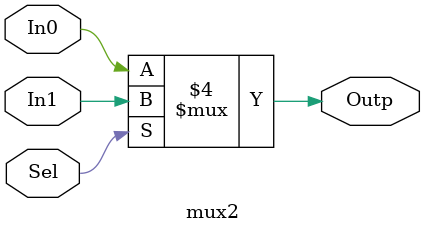
<source format=v>
`timescale 1 ns / 1 ps

	module mux2 (
		input wire In0, In1, Sel,
		output reg Outp
	);
	
	always @(*)
	begin
		if (Sel == 0)
			Outp = In0;
		else
			Outp = In1;
	end

endmodule

</source>
